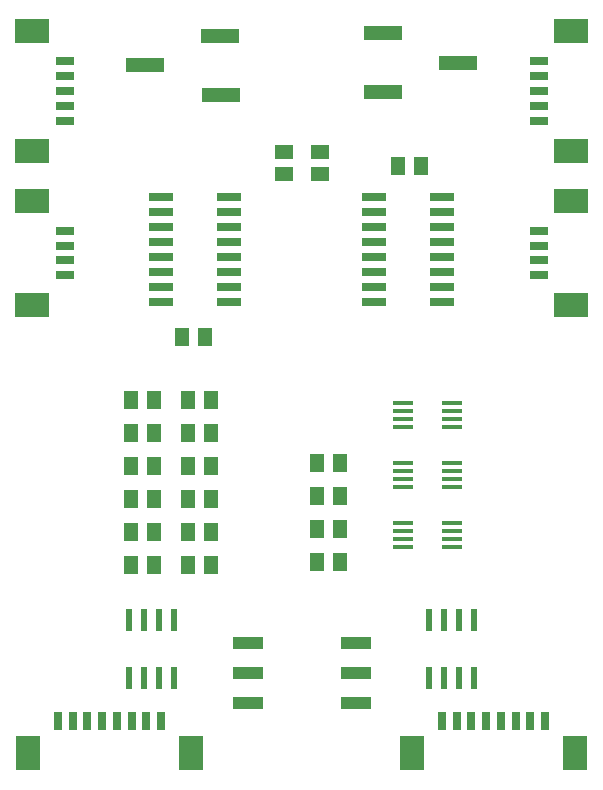
<source format=gbr>
G04 EAGLE Gerber RS-274X export*
G75*
%MOMM*%
%FSLAX34Y34*%
%LPD*%
%INSolderpaste Top*%
%IPPOS*%
%AMOC8*
5,1,8,0,0,1.08239X$1,22.5*%
G01*
%ADD10R,1.500000X1.300000*%
%ADD11R,1.778000X0.431800*%
%ADD12R,1.300000X1.500000*%
%ADD13R,0.533400X1.981200*%
%ADD14R,1.600000X0.800000*%
%ADD15R,3.000000X2.100000*%
%ADD16R,0.800000X1.600000*%
%ADD17R,2.100000X3.000000*%
%ADD18R,2.500000X1.000000*%
%ADD19R,2.032000X0.762000*%
%ADD20R,3.302000X1.270000*%


D10*
X269240Y516280D03*
X269240Y535280D03*
X238760Y516280D03*
X238760Y535280D03*
D11*
X340233Y220570D03*
X340233Y214070D03*
X340233Y207570D03*
X340233Y201070D03*
X381127Y201070D03*
X381127Y207570D03*
X381127Y214070D03*
X381127Y220570D03*
D12*
X158140Y325120D03*
X177140Y325120D03*
X109880Y325120D03*
X128880Y325120D03*
X177140Y185420D03*
X158140Y185420D03*
X128880Y185420D03*
X109880Y185420D03*
X286360Y243840D03*
X267360Y243840D03*
X267360Y271780D03*
X286360Y271780D03*
X286360Y215900D03*
X267360Y215900D03*
X267360Y187960D03*
X286360Y187960D03*
D11*
X340233Y271370D03*
X340233Y264870D03*
X340233Y258370D03*
X340233Y251870D03*
X381127Y251870D03*
X381127Y258370D03*
X381127Y264870D03*
X381127Y271370D03*
D12*
X158140Y241300D03*
X177140Y241300D03*
X109880Y241300D03*
X128880Y241300D03*
X109880Y213360D03*
X128880Y213360D03*
X158140Y213360D03*
X177140Y213360D03*
D11*
X381127Y302670D03*
X381127Y309170D03*
X381127Y315670D03*
X381127Y322170D03*
X340233Y322170D03*
X340233Y315670D03*
X340233Y309170D03*
X340233Y302670D03*
D12*
X158140Y269240D03*
X177140Y269240D03*
X109880Y269240D03*
X128880Y269240D03*
X109880Y297180D03*
X128880Y297180D03*
X158140Y297180D03*
X177140Y297180D03*
D13*
X146050Y138938D03*
X133350Y138938D03*
X120650Y138938D03*
X107950Y138938D03*
X107950Y89662D03*
X120650Y89662D03*
X133350Y89662D03*
X146050Y89662D03*
X400050Y138938D03*
X387350Y138938D03*
X374650Y138938D03*
X361950Y138938D03*
X361950Y89662D03*
X374650Y89662D03*
X387350Y89662D03*
X400050Y89662D03*
D14*
X53340Y468330D03*
X53340Y455830D03*
X53340Y443330D03*
X53340Y430830D03*
D15*
X25840Y493930D03*
X25840Y405230D03*
D14*
X454660Y430830D03*
X454660Y443330D03*
X454660Y455830D03*
X454660Y468330D03*
D15*
X482160Y405230D03*
X482160Y493930D03*
D16*
X47690Y53340D03*
X60190Y53340D03*
X72690Y53340D03*
X85190Y53340D03*
X97690Y53340D03*
X110190Y53340D03*
X122690Y53340D03*
X135190Y53340D03*
D17*
X22090Y25840D03*
X160790Y25840D03*
D16*
X372810Y53340D03*
X385310Y53340D03*
X397810Y53340D03*
X410310Y53340D03*
X422810Y53340D03*
X435310Y53340D03*
X447810Y53340D03*
X460310Y53340D03*
D17*
X347210Y25840D03*
X485910Y25840D03*
D18*
X299920Y68500D03*
X299920Y93900D03*
X299920Y119300D03*
X208920Y68500D03*
X208920Y93900D03*
X208920Y119300D03*
D14*
X53340Y611740D03*
X53340Y599240D03*
X53340Y586740D03*
X53340Y574240D03*
X53340Y561740D03*
D15*
X25840Y637340D03*
X25840Y536140D03*
D14*
X454660Y561740D03*
X454660Y574240D03*
X454660Y586740D03*
X454660Y599240D03*
X454660Y611740D03*
D15*
X482160Y536140D03*
X482160Y637340D03*
D12*
X172060Y378460D03*
X153060Y378460D03*
X335940Y523240D03*
X354940Y523240D03*
D19*
X135128Y496570D03*
X135128Y483870D03*
X135128Y471170D03*
X135128Y458470D03*
X135128Y445770D03*
X135128Y433070D03*
X135128Y420370D03*
X135128Y407670D03*
X192532Y407670D03*
X192532Y420370D03*
X192532Y433070D03*
X192532Y445770D03*
X192532Y458470D03*
X192532Y471170D03*
X192532Y483870D03*
X192532Y496570D03*
X372872Y407670D03*
X372872Y420370D03*
X372872Y433070D03*
X372872Y445770D03*
X372872Y458470D03*
X372872Y471170D03*
X372872Y483870D03*
X372872Y496570D03*
X315468Y496570D03*
X315468Y483870D03*
X315468Y471170D03*
X315468Y458470D03*
X315468Y445770D03*
X315468Y433070D03*
X315468Y420370D03*
X315468Y407670D03*
D20*
X185412Y582996D03*
X185341Y633126D03*
X121636Y608437D03*
X322588Y636204D03*
X322659Y586075D03*
X386364Y610763D03*
M02*

</source>
